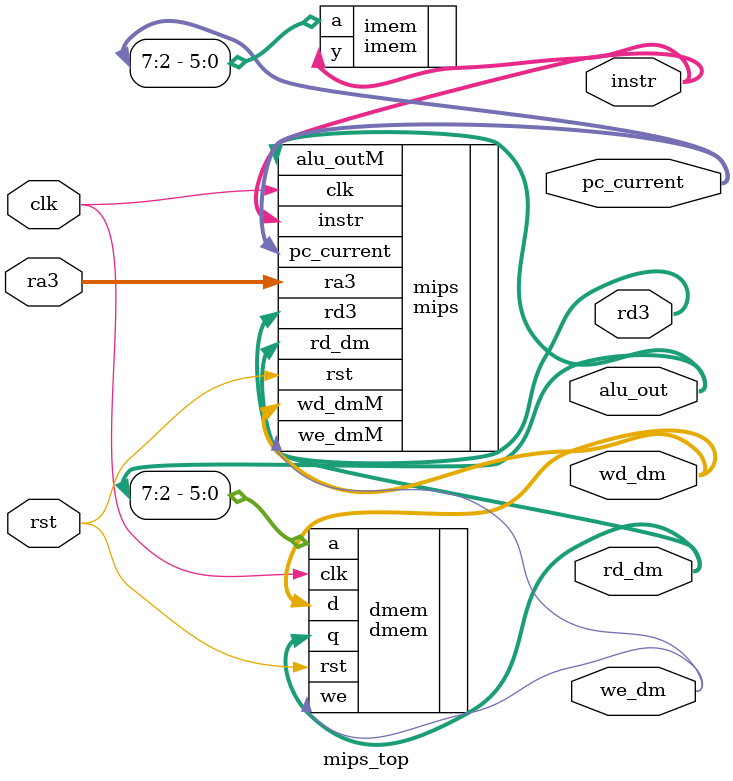
<source format=v>
`timescale 1ns / 1ps 

module mips_top (
        input  wire        clk,
        input  wire        rst,
        input  wire [4:0]  ra3,
        output wire        we_dm,
        output wire [31:0] pc_current,
        output wire [31:0] instr,
        output wire [31:0] alu_out,
        output wire [31:0] wd_dm,
        output wire [31:0] rd_dm,
        output wire [31:0] rd3
    );

    wire [31:0] DONT_USE;

    mips mips (
            .clk            (clk),
            .rst            (rst),
            .ra3            (ra3),
            .instr          (instr),
            .rd_dm          (rd_dm),
            .we_dmM         (we_dm),
            .pc_current     (pc_current),
            .alu_outM       (alu_out),
            .wd_dmM         (wd_dm),
            .rd3            (rd3)
        );

    imem imem (
            .a              (pc_current[7:2]),
            .y              (instr)
        );

    dmem dmem (
            .clk            (clk),
            .we             (we_dm),
            .a              (alu_out[7:2]),
            .d              (wd_dm),
            .q              (rd_dm),
            .rst            (rst)
        );

endmodule
</source>
